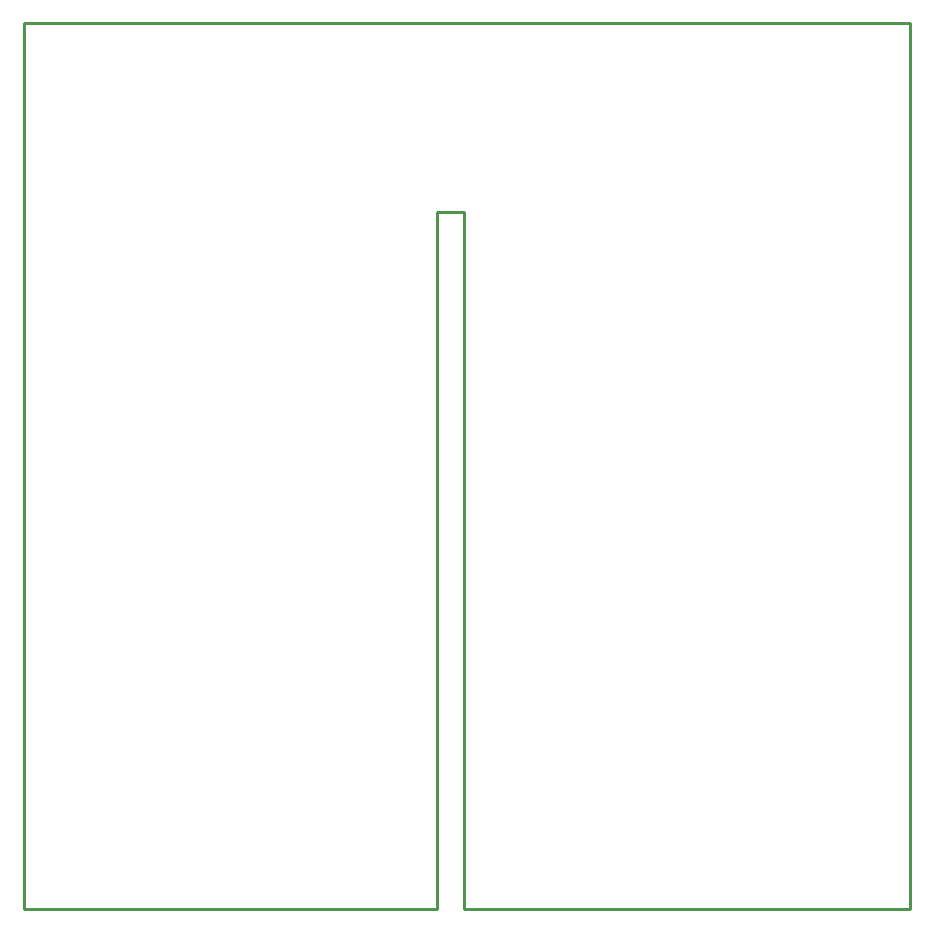
<source format=gko>
G04 Layer_Color=16711935*
%FSLAX25Y25*%
%MOIN*%
G70*
G01*
G75*
%ADD43C,0.01000*%
D43*
X531496Y429134D02*
X540354D01*
X393701Y492126D02*
X688976D01*
X393701Y196850D02*
Y492126D01*
X540354Y196850D02*
Y429134D01*
Y196850D02*
X688976D01*
Y492126D01*
X393701Y196850D02*
X531496D01*
Y429134D01*
M02*

</source>
